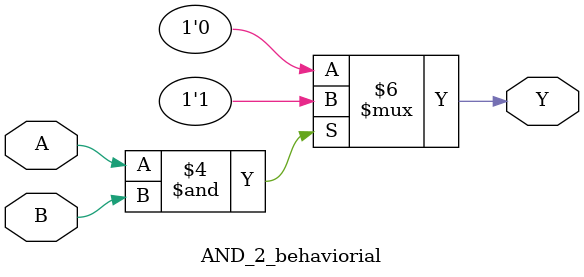
<source format=v>
module AND_2_behaviorial (output reg Y,input A,B);
always @ (A or B)
begin
	if(A== 1'b1 & B == 1'b1)
			begin
			Y=1'b1;
			end
	else
		Y=1'b0;
end
endmodule

</source>
